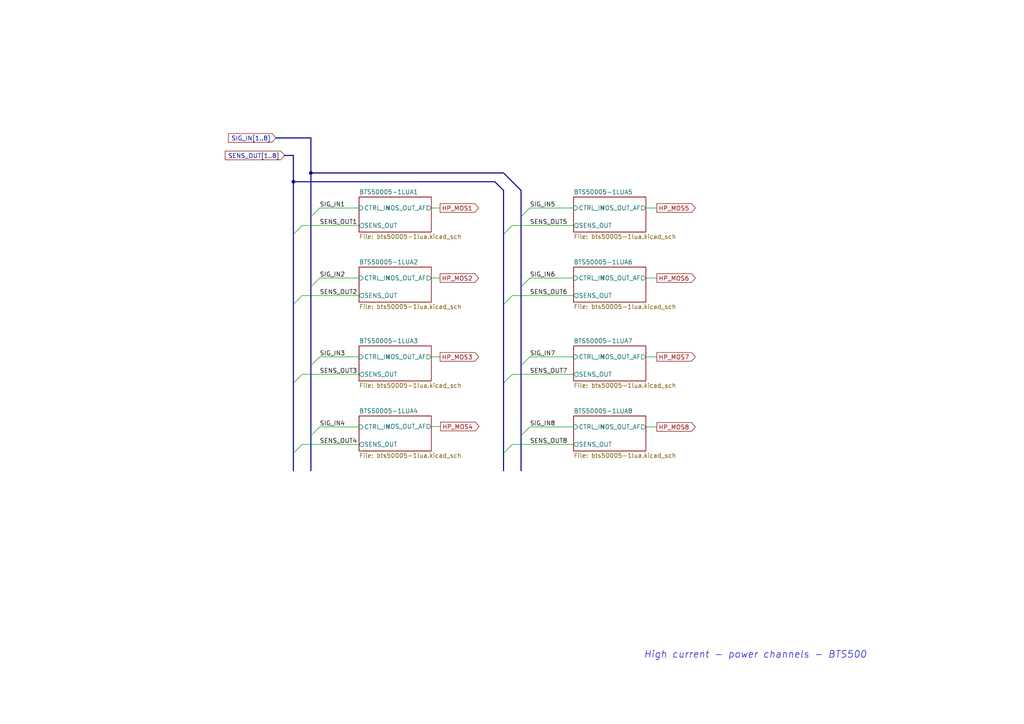
<source format=kicad_sch>
(kicad_sch (version 20211123) (generator eeschema)
  (paper "A4")
  (lib_symbols)
  (junction (at 90.17 50.165))
  (junction (at 85.09 52.705))
  (bus_entry (at 151.13 106.045) (size 2.54 -2.54))
  (bus_entry (at 90.17 62.865) (size 2.54 -2.54))
  (bus_entry (at 151.13 62.865) (size 2.54 -2.54))
  (bus_entry (at 85.09 67.945) (size 2.54 -2.54))
  (bus_entry (at 90.17 106.045) (size 2.54 -2.54))
  (bus_entry (at 85.09 88.265) (size 2.54 -2.54))
  (bus_entry (at 151.13 126.365) (size 2.54 -2.54))
  (bus_entry (at 85.09 131.445) (size 2.54 -2.54))
  (bus_entry (at 146.05 111.125) (size 2.54 -2.54))
  (bus_entry (at 151.13 83.185) (size 2.54 -2.54))
  (bus_entry (at 146.05 88.265) (size 2.54 -2.54))
  (bus_entry (at 90.17 83.185) (size 2.54 -2.54))
  (bus_entry (at 146.05 67.945) (size 2.54 -2.54))
  (bus_entry (at 146.05 131.445) (size 2.54 -2.54))
  (bus_entry (at 90.17 126.365) (size 2.54 -2.54))
  (bus_entry (at 85.09 111.125) (size 2.54 -2.54))
  (bus (pts (xy 85.09 131.445) (xy 85.09 136.525)))
  (bus (pts (xy 90.17 106.045) (xy 90.17 126.365)))
  (bus (pts (xy 90.17 62.865) (xy 90.17 83.185)))
  (wire (pts (xy 87.63 128.905) (xy 104.14 128.905)))
  (bus (pts (xy 151.13 126.365) (xy 151.13 136.525)))
  (wire (pts (xy 87.63 108.585) (xy 104.14 108.585)))
  (wire (pts (xy 187.325 103.505) (xy 190.5 103.505)))
  (bus (pts (xy 85.09 45.085) (xy 85.09 52.705)))
  (bus (pts (xy 146.05 131.445) (xy 146.05 136.525)))
  (wire (pts (xy 187.325 60.325) (xy 190.5 60.325)))
  (wire (pts (xy 87.63 85.725) (xy 104.14 85.725)))
  (bus (pts (xy 85.09 52.705) (xy 143.51 52.705)))
  (wire (pts (xy 153.67 103.505) (xy 166.37 103.505)))
  (bus (pts (xy 85.09 111.125) (xy 85.09 131.445)))
  (bus (pts (xy 151.13 55.245) (xy 151.13 62.865)))
  (bus (pts (xy 151.13 106.045) (xy 151.13 126.365)))
  (wire (pts (xy 92.71 123.825) (xy 104.14 123.825)))
  (bus (pts (xy 82.55 45.085) (xy 85.09 45.085)))
  (wire (pts (xy 92.71 103.505) (xy 104.14 103.505)))
  (bus (pts (xy 146.05 88.265) (xy 146.05 111.125)))
  (bus (pts (xy 85.09 52.705) (xy 85.09 67.945)))
  (bus (pts (xy 146.05 50.165) (xy 151.13 55.245)))
  (bus (pts (xy 151.13 83.185) (xy 151.13 106.045)))
  (wire (pts (xy 187.325 80.645) (xy 190.5 80.645)))
  (wire (pts (xy 153.67 80.645) (xy 166.37 80.645)))
  (wire (pts (xy 87.63 65.405) (xy 104.14 65.405)))
  (wire (pts (xy 187.325 123.825) (xy 190.5 123.825)))
  (wire (pts (xy 153.67 60.325) (xy 166.37 60.325)))
  (wire (pts (xy 92.71 60.325) (xy 104.14 60.325)))
  (bus (pts (xy 90.17 50.165) (xy 146.05 50.165)))
  (wire (pts (xy 148.59 65.405) (xy 166.37 65.405)))
  (bus (pts (xy 90.17 40.005) (xy 90.17 50.165)))
  (bus (pts (xy 85.09 67.945) (xy 85.09 88.265)))
  (bus (pts (xy 146.05 55.245) (xy 146.05 67.945)))
  (wire (pts (xy 92.71 80.645) (xy 104.14 80.645)))
  (wire (pts (xy 153.67 123.825) (xy 166.37 123.825)))
  (bus (pts (xy 146.05 111.125) (xy 146.05 131.445)))
  (wire (pts (xy 125.095 103.505) (xy 127.635 103.505)))
  (bus (pts (xy 85.09 88.265) (xy 85.09 111.125)))
  (wire (pts (xy 148.59 128.905) (xy 166.37 128.905)))
  (bus (pts (xy 143.51 52.705) (xy 146.05 55.245)))
  (wire (pts (xy 148.59 85.725) (xy 166.37 85.725)))
  (wire (pts (xy 125.095 123.698) (xy 127.762 123.698)))
  (wire (pts (xy 148.59 108.585) (xy 166.37 108.585)))
  (bus (pts (xy 90.17 83.185) (xy 90.17 106.045)))
  (wire (pts (xy 125.095 60.325) (xy 127.635 60.325)))
  (wire (pts (xy 125.095 80.645) (xy 127.635 80.645)))
  (bus (pts (xy 146.05 67.945) (xy 146.05 88.265)))
  (bus (pts (xy 90.17 126.365) (xy 90.17 136.525)))
  (bus (pts (xy 151.13 62.865) (xy 151.13 83.185)))
  (bus (pts (xy 80.01 40.005) (xy 90.17 40.005)))
  (bus (pts (xy 90.17 50.165) (xy 90.17 62.865)))
  (text "High current - power channels - BTS500" (at 186.69 191.135 0) (effects (font (size 2 2) italic) (justify left bottom)))
  (label "SENS_OUT3" (at 92.71 108.585 0))
  (label "SENS_OUT1" (at 92.71 65.405 0))
  (label "SIG_IN1" (at 92.71 60.325 0))
  (label "SIG_IN6" (at 153.67 80.645 0))
  (label "SENS_OUT8" (at 153.67 128.905 0))
  (label "SIG_IN2" (at 92.71 80.645 0))
  (label "SENS_OUT2" (at 92.71 85.725 0))
  (label "SIG_IN8" (at 153.67 123.825 0))
  (label "SIG_IN3" (at 92.71 103.505 0))
  (label "SENS_OUT7" (at 153.67 108.585 0))
  (label "SIG_IN5" (at 153.67 60.325 0))
  (label "SIG_IN7" (at 153.67 103.505 0))
  (label "SIG_IN4" (at 92.71 123.825 0))
  (label "SENS_OUT6" (at 153.67 85.725 0))
  (label "SENS_OUT5" (at 153.67 65.405 0))
  (label "SENS_OUT4" (at 92.71 128.905 0))
  (global_label "HP_MOS5" (shape output) (at 190.5 60.325 0) (property "Intersheet References" "${INTERSHEET_REFS}" (effects hide)))
  (global_label "SENS_OUT[1..8]" (shape input) (at 82.55 45.085 180) (property "Intersheet References" "${INTERSHEET_REFS}" (effects hide)))
  (global_label "SIG_IN[1..8]" (shape input) (at 80.01 40.005 180) (property "Intersheet References" "${INTERSHEET_REFS}" (effects hide)))
  (global_label "HP_MOS6" (shape output) (at 190.5 80.645 0) (property "Intersheet References" "${INTERSHEET_REFS}" (effects hide)))
  (global_label "HP_MOS1" (shape output) (at 127.635 60.325 0) (property "Intersheet References" "${INTERSHEET_REFS}" (effects hide)))
  (global_label "HP_MOS8" (shape output) (at 190.5 123.825 0) (property "Intersheet References" "${INTERSHEET_REFS}" (effects hide)))
  (global_label "HP_MOS4" (shape output) (at 127.762 123.698 0) (property "Intersheet References" "${INTERSHEET_REFS}" (effects hide)))
  (global_label "HP_MOS2" (shape output) (at 127.635 80.645 0) (property "Intersheet References" "${INTERSHEET_REFS}" (effects hide)))
  (global_label "HP_MOS3" (shape output) (at 127.635 103.505 0) (property "Intersheet References" "${INTERSHEET_REFS}" (effects hide)))
  (global_label "HP_MOS7" (shape output) (at 190.5 103.505 0) (property "Intersheet References" "${INTERSHEET_REFS}" (effects hide)))
  (sheet (at 166.37 57.15) (size 20.955 10.16) (stroke (width 0.1524))
    (property "Sheet name" "BTS50005-1LUA5" (at 166.37 56.4384 0) (effects (justify left bottom)))
    (property "Sheet file" "bts50005-1lua.kicad_sch" (at 166.37 67.8946 0) (effects (justify left top)))
    (pin "SENS_OUT" output (at 166.37 65.405 180))
    (pin "MOS_OUT_AF" output (at 187.325 60.325 0))
    (pin "CTRL_IN" input (at 166.37 60.325 180))
  )
  (sheet (at 166.37 120.65) (size 20.955 10.16) (stroke (width 0.1524))
    (property "Sheet name" "BTS50005-1LUA8" (at 166.37 119.9384 0) (effects (justify left bottom)))
    (property "Sheet file" "bts50005-1lua.kicad_sch" (at 166.37 131.3946 0) (effects (justify left top)))
    (pin "SENS_OUT" output (at 166.37 128.905 180))
    (pin "MOS_OUT_AF" output (at 187.325 123.825 0))
    (pin "CTRL_IN" input (at 166.37 123.825 180))
  )
  (sheet (at 104.14 100.33) (size 20.955 10.16) (stroke (width 0.1524))
    (property "Sheet name" "BTS50005-1LUA3" (at 104.14 99.6184 0) (effects (justify left bottom)))
    (property "Sheet file" "bts50005-1lua.kicad_sch" (at 104.14 111.0746 0) (effects (justify left top)))
    (pin "SENS_OUT" output (at 104.14 108.585 180))
    (pin "MOS_OUT_AF" output (at 125.095 103.505 0))
    (pin "CTRL_IN" input (at 104.14 103.505 180))
  )
  (sheet (at 104.14 120.65) (size 20.955 10.16) (stroke (width 0.1524))
    (property "Sheet name" "BTS50005-1LUA4" (at 104.14 119.9384 0) (effects (justify left bottom)))
    (property "Sheet file" "bts50005-1lua.kicad_sch" (at 104.14 131.3946 0) (effects (justify left top)))
    (pin "SENS_OUT" output (at 104.14 128.905 180))
    (pin "MOS_OUT_AF" output (at 125.095 123.698 0))
    (pin "CTRL_IN" input (at 104.14 123.825 180))
  )
  (sheet (at 166.37 100.33) (size 20.955 10.16) (stroke (width 0.1524))
    (property "Sheet name" "BTS50005-1LUA7" (at 166.37 99.6184 0) (effects (justify left bottom)))
    (property "Sheet file" "bts50005-1lua.kicad_sch" (at 166.37 111.0746 0) (effects (justify left top)))
    (pin "SENS_OUT" output (at 166.37 108.585 180))
    (pin "MOS_OUT_AF" output (at 187.325 103.505 0))
    (pin "CTRL_IN" input (at 166.37 103.505 180))
  )
  (sheet (at 104.14 77.47) (size 20.955 10.16) (stroke (width 0.1524))
    (property "Sheet name" "BTS50005-1LUA2" (at 104.14 76.7584 0) (effects (justify left bottom)))
    (property "Sheet file" "bts50005-1lua.kicad_sch" (at 104.14 88.2146 0) (effects (justify left top)))
    (pin "SENS_OUT" output (at 104.14 85.725 180))
    (pin "MOS_OUT_AF" output (at 125.095 80.645 0))
    (pin "CTRL_IN" input (at 104.14 80.645 180))
  )
  (sheet (at 104.14 57.15) (size 20.955 10.16) (stroke (width 0.1524))
    (property "Sheet name" "BTS50005-1LUA1" (at 104.14 56.4384 0) (effects (justify left bottom)))
    (property "Sheet file" "bts50005-1lua.kicad_sch" (at 104.14 67.8946 0) (effects (justify left top)))
    (pin "SENS_OUT" output (at 104.14 65.405 180))
    (pin "MOS_OUT_AF" output (at 125.095 60.325 0))
    (pin "CTRL_IN" input (at 104.14 60.325 180))
  )
  (sheet (at 166.37 77.47) (size 20.955 10.16) (stroke (width 0.1524))
    (property "Sheet name" "BTS50005-1LUA6" (at 166.37 76.7584 0) (effects (justify left bottom)))
    (property "Sheet file" "bts50005-1lua.kicad_sch" (at 166.37 88.2146 0) (effects (justify left top)))
    (pin "SENS_OUT" output (at 166.37 85.725 180))
    (pin "MOS_OUT_AF" output (at 187.325 80.645 0))
    (pin "CTRL_IN" input (at 166.37 80.645 180))
  )
)
</source>
